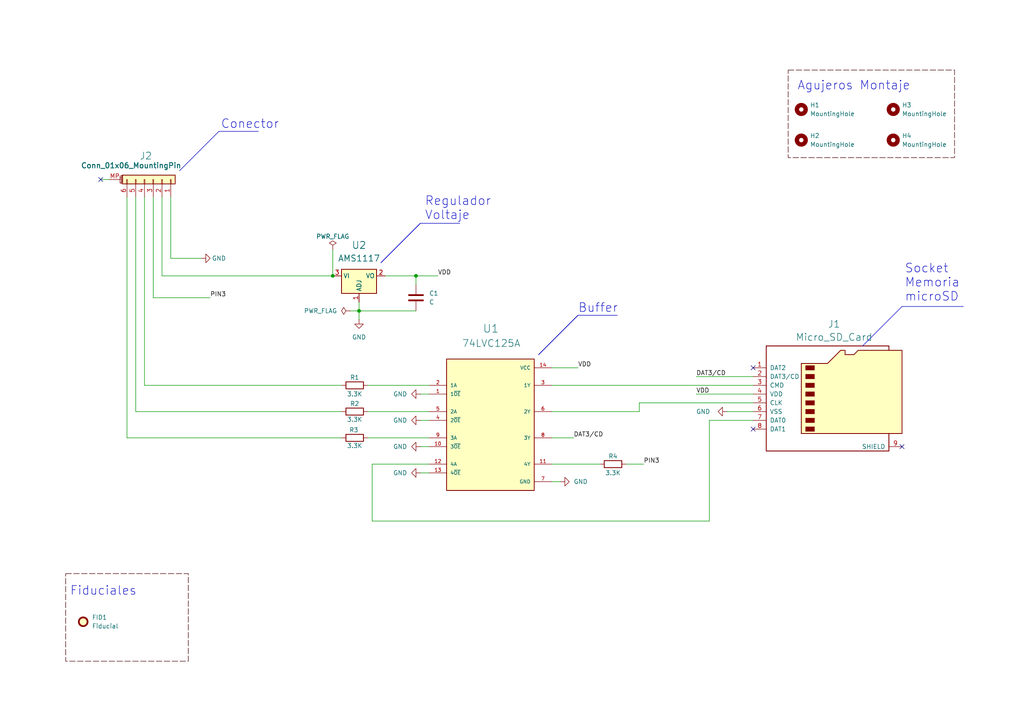
<source format=kicad_sch>
(kicad_sch (version 20231120) (generator "eeschema") (generator_version "8.0")
  (paper "A4")
  (title_block (title "Proyecto Final MicroUSB") (date "2024-09-01") (rev "0.1") (company "CESE") (comment 1 "autor:  Luis Gómez") (comment 2 "descripción: Esquemático memoria externa microSD"))
  (lib_symbols
    (symbol "Connector:Micro_SD_Card" (pin_names (offset 1.016))
      (property "Reference" "J" (at -16.51 15.24 0))
      (property "Value" "Micro_SD_Card" (at 16.51 15.24 0))
      (symbol "Micro_SD_Card_0_1"
        (rectangle (start -7.62 -9.525) (end -5.08 -10.795) (fill (type outline)))
        (rectangle (start -7.62 -6.985) (end -5.08 -8.255) (fill (type outline)))
        (rectangle (start -7.62 -4.445) (end -5.08 -5.715) (fill (type outline)))
        (rectangle (start -7.62 -1.905) (end -5.08 -3.175) (fill (type outline)))
        (rectangle (start -7.62 0.635) (end -5.08 -0.635) (fill (type outline)))
        (rectangle (start -7.62 3.175) (end -5.08 1.905) (fill (type outline)))
        (rectangle (start -7.62 5.715) (end -5.08 4.445) (fill (type outline)))
        (rectangle (start -7.62 8.255) (end -5.08 6.985) (fill (type outline)))
        (polyline (pts (xy 16.51 12.7) (xy 16.51 13.97) (xy -19.05 13.97) (xy -19.05 -16.51) (xy 16.51 -16.51) (xy 16.51 -11.43)) (stroke (width 0.254)))
        (polyline (pts (xy -8.89 -11.43) (xy -8.89 8.89) (xy -1.27 8.89) (xy 2.54 12.7) (xy 3.81 12.7) (xy 3.81 11.43) (xy 6.35 11.43) (xy 7.62 12.7) (xy 20.32 12.7) (xy 20.32 -11.43) (xy -8.89 -11.43)) (stroke (width 0.254)) (fill (type background)))
      )
      (symbol "Micro_SD_Card_1_1"
        (pin bidirectional line (at -22.86 7.62 0) (length 3.81) (name "DAT2") (number "1"))
        (pin bidirectional line (at -22.86 5.08 0) (length 3.81) (name "DAT3/CD") (number "2"))
        (pin input line (at -22.86 2.54 0) (length 3.81) (name "CMD") (number "3"))
        (pin power_in line (at -22.86 0 0) (length 3.81) (name "VDD") (number "4"))
        (pin input line (at -22.86 -2.54 0) (length 3.81) (name "CLK") (number "5"))
        (pin power_in line (at -22.86 -5.08 0) (length 3.81) (name "VSS") (number "6"))
        (pin bidirectional line (at -22.86 -7.62 0) (length 3.81) (name "DAT0") (number "7"))
        (pin bidirectional line (at -22.86 -10.16 0) (length 3.81) (name "DAT1") (number "8"))
        (pin passive line (at 20.32 -15.24 180) (length 3.81) (name "SHIELD") (number "9"))
      )
    )
    (symbol "Connector_Generic_MountingPin:Conn_01x06_MountingPin" (pin_names (offset 1.016) hide)
      (property "Reference" "J" (at 0 7.62 0))
      (property "Value" "Conn_01x06_MountingPin" (at 1.27 -10.16 0))
      (symbol "Conn_01x06_MountingPin_1_1"
        (rectangle (start -1.27 -7.493) (end 0 -7.747) (stroke (width 0.1524)))
        (rectangle (start -1.27 -4.953) (end 0 -5.207) (stroke (width 0.1524)))
        (rectangle (start -1.27 -2.413) (end 0 -2.667) (stroke (width 0.1524)))
        (rectangle (start -1.27 0.127) (end 0 -0.127) (stroke (width 0.1524)))
        (rectangle (start -1.27 2.667) (end 0 2.413) (stroke (width 0.1524)))
        (rectangle (start -1.27 5.207) (end 0 4.953) (stroke (width 0.1524)))
        (rectangle (start -1.27 6.35) (end 1.27 -8.89) (stroke (width 0.254)) (fill (type background)))
        (polyline (pts (xy -1.016 -9.652) (xy 1.016 -9.652)) (stroke (width 0.1524)))
        (text "Mounting" (at 0 -9.271 0) (effects (font (size 0.381 0.381))))
        (pin passive line (at -5.08 5.08 0) (length 3.81) (name "Pin_1") (number "1"))
        (pin passive line (at -5.08 2.54 0) (length 3.81) (name "Pin_2") (number "2"))
        (pin passive line (at -5.08 0 0) (length 3.81) (name "Pin_3") (number "3"))
        (pin passive line (at -5.08 -2.54 0) (length 3.81) (name "Pin_4") (number "4"))
        (pin passive line (at -5.08 -5.08 0) (length 3.81) (name "Pin_5") (number "5"))
        (pin passive line (at -5.08 -7.62 0) (length 3.81) (name "Pin_6") (number "6"))
        (pin passive line (at 0 -12.7 90) (length 3.048) (name "MountPin") (number "MP"))
      )
    )
    (symbol "Device:C" (pin_numbers hide) (pin_names (offset 0.254))
      (property "Reference" "C" (at 0.635 2.54 0))
      (property "Value" "C" (at 0.635 -2.54 0))
      (symbol "C_0_1"
        (polyline (pts (xy -2.032 -0.762) (xy 2.032 -0.762)) (stroke (width 0.508)))
        (polyline (pts (xy -2.032 0.762) (xy 2.032 0.762)) (stroke (width 0.508)))
      )
      (symbol "C_1_1"
        (pin passive line (at 0 3.81 270) (length 2.794) (name "~") (number "1"))
        (pin passive line (at 0 -3.81 90) (length 2.794) (name "~") (number "2"))
      )
    )
    (symbol "Device:R" (pin_numbers hide) (pin_names (offset 0))
      (property "Reference" "R" (at 2.032 0 90))
      (property "Value" "R" (at 0 0 90))
      (symbol "R_0_1"
        (rectangle (start -1.016 -2.54) (end 1.016 2.54) (stroke (width 0.254)))
      )
      (symbol "R_1_1"
        (pin passive line (at 0 3.81 270) (length 1.27) (name "~") (number "1"))
        (pin passive line (at 0 -3.81 90) (length 1.27) (name "~") (number "2"))
      )
    )
    (symbol "Mechanical:Fiducial" (exclude_from_sim yes) (in_bom no)
      (property "Reference" "FID" (at 0 5.08 0))
      (property "Value" "Fiducial" (at 0 3.175 0))
      (symbol "Fiducial_0_1"
        (circle (center 0 0) (radius 1.27) (stroke (width 0.508)) (fill (type background)))
      )
    )
    (symbol "Mechanical:MountingHole" (pin_names (offset 1.016)) (exclude_from_sim yes) (in_bom no)
      (property "Reference" "H" (at 0 5.08 0))
      (property "Value" "MountingHole" (at 0 3.175 0))
      (symbol "MountingHole_0_1"
        (circle (center 0 0) (radius 1.27) (stroke (width 1.27)))
      )
    )
    (symbol "Regulator_Linear:AMS1117"
      (property "Reference" "U" (at -3.81 3.175 0))
      (property "Value" "AMS1117" (at 0 3.175 0))
      (symbol "AMS1117_0_1"
        (rectangle (start -5.08 -5.08) (end 5.08 1.905) (stroke (width 0.254)) (fill (type background)))
      )
      (symbol "AMS1117_1_1"
        (pin input line (at 0 -7.62 90) (length 2.54) (name "ADJ") (number "1"))
        (pin power_out line (at 7.62 0 180) (length 2.54) (name "VO") (number "2"))
        (pin power_in line (at -7.62 0 0) (length 2.54) (name "VI") (number "3"))
      )
    )
    (symbol "microUSB:74LVC125APW_118" (pin_names (offset 1.016))
      (property "Reference" "U" (at -12.7 21.082 0))
      (property "Value" "74LVC125APW_118" (at -12.7 -20.32 0))
      (symbol "74LVC125APW_118_0_0"
        (rectangle (start -12.7 -17.78) (end 12.7 20.32) (stroke (width 0.254)) (fill (type background)))
        (pin input line (at -17.78 10.16 0) (length 5.08) (name "1~{OE}") (number "1"))
        (pin input line (at -17.78 -5.08 0) (length 5.08) (name "3~{OE}") (number "10"))
        (pin output line (at 17.78 -10.16 180) (length 5.08) (name "4Y") (number "11"))
        (pin input line (at -17.78 -10.16 0) (length 5.08) (name "4A") (number "12"))
        (pin input line (at -17.78 -12.7 0) (length 5.08) (name "4~{OE}") (number "13"))
        (pin power_in line (at 17.78 17.78 180) (length 5.08) (name "VCC") (number "14"))
        (pin input line (at -17.78 12.7 0) (length 5.08) (name "1A") (number "2"))
        (pin output line (at 17.78 12.7 180) (length 5.08) (name "1Y") (number "3"))
        (pin input line (at -17.78 2.54 0) (length 5.08) (name "2~{OE}") (number "4"))
        (pin input line (at -17.78 5.08 0) (length 5.08) (name "2A") (number "5"))
        (pin output line (at 17.78 5.08 180) (length 5.08) (name "2Y") (number "6"))
        (pin power_in line (at 17.78 -15.24 180) (length 5.08) (name "GND") (number "7"))
        (pin output line (at 17.78 -2.54 180) (length 5.08) (name "3Y") (number "8"))
        (pin input line (at -17.78 -2.54 0) (length 5.08) (name "3A") (number "9"))
      )
    )
    (symbol "power:GND" (power) (pin_numbers hide) (pin_names (offset 0) hide)
      (property "Value" "GND" (at 0 -3.81 0))
      (symbol "GND_0_1"
        (polyline (pts (xy 0 0) (xy 0 -1.27) (xy 1.27 -1.27) (xy 0 -2.54) (xy -1.27 -1.27) (xy 0 -1.27)))
      )
      (symbol "GND_1_1"
        (pin power_in line (at 0 0 270) (length 0) (name "~") (number "1"))
      )
    )
    (symbol "power:PWR_FLAG" (power) (pin_numbers hide) (pin_names (offset 0) hide)
      (property "Value" "PWR_FLAG" (at 0 3.81 0))
      (symbol "PWR_FLAG_0_0"
        (pin power_out line (at 0 0 90) (length 0) (name "~") (number "1"))
      )
      (symbol "PWR_FLAG_0_1"
        (polyline (pts (xy 0 0) (xy 0 1.27) (xy -1.016 1.905) (xy 0 2.54) (xy 1.016 1.905) (xy 0 1.27)))
      )
    )
  )
  (junction (at 120.65 80.01))
  (junction (at 104.14 90.17))
  (junction (at 96.52 80.01))
  (no_connect (at 218.44 106.68))
  (no_connect (at 29.21 52.07))
  (no_connect (at 261.62 129.54))
  (no_connect (at 218.44 124.46))
  (wire (pts (xy 107.95 151.13) (xy 107.95 134.62)))
  (wire (pts (xy 44.45 57.15) (xy 44.45 86.36)))
  (wire (pts (xy 120.65 80.01) (xy 127 80.01)))
  (polyline (pts (xy 110.49 76.2) (xy 121.92 64.77)))
  (wire (pts (xy 185.42 116.84) (xy 185.42 119.38)))
  (wire (pts (xy 205.74 121.92) (xy 205.74 151.13)))
  (wire (pts (xy 181.61 134.62) (xy 186.69 134.62)))
  (wire (pts (xy 29.21 52.07) (xy 31.75 52.07)))
  (wire (pts (xy 167.64 106.68) (xy 160.02 106.68)))
  (wire (pts (xy 210.82 119.38) (xy 218.44 119.38)))
  (wire (pts (xy 46.99 80.01) (xy 46.99 57.15)))
  (polyline (pts (xy 156.21 102.87) (xy 167.64 91.44)))
  (polyline (pts (xy 156.21 102.87) (xy 167.64 91.44)))
  (wire (pts (xy 205.74 151.13) (xy 107.95 151.13)))
  (wire (pts (xy 120.65 80.01) (xy 120.65 82.55)))
  (wire (pts (xy 185.42 116.84) (xy 218.44 116.84)))
  (wire (pts (xy 111.76 80.01) (xy 120.65 80.01)))
  (wire (pts (xy 121.92 114.3) (xy 124.46 114.3)))
  (wire (pts (xy 106.68 119.38) (xy 124.46 119.38)))
  (wire (pts (xy 121.92 121.92) (xy 124.46 121.92)))
  (wire (pts (xy 160.02 111.76) (xy 218.44 111.76)))
  (polyline (pts (xy 52.07 49.53) (xy 63.5 38.1)))
  (wire (pts (xy 46.99 80.01) (xy 96.52 80.01)))
  (polyline (pts (xy 261.62 88.9) (xy 250.19 100.33)))
  (wire (pts (xy 107.95 134.62) (xy 124.46 134.62)))
  (wire (pts (xy 160.02 134.62) (xy 173.99 134.62)))
  (polyline (pts (xy 167.64 91.44) (xy 179.07 91.44)))
  (wire (pts (xy 60.96 86.36) (xy 44.45 86.36)))
  (wire (pts (xy 124.46 127) (xy 106.68 127)))
  (wire (pts (xy 160.02 119.38) (xy 185.42 119.38)))
  (wire (pts (xy 124.46 111.76) (xy 106.68 111.76)))
  (wire (pts (xy 39.37 119.38) (xy 99.06 119.38)))
  (polyline (pts (xy 261.62 88.9) (xy 279.4 88.9)))
  (wire (pts (xy 121.92 129.54) (xy 124.46 129.54)))
  (wire (pts (xy 104.14 90.17) (xy 104.14 92.71)))
  (wire (pts (xy 166.37 127) (xy 160.02 127)))
  (polyline (pts (xy 110.49 76.2) (xy 121.92 64.77)))
  (wire (pts (xy 201.93 114.3) (xy 218.44 114.3)))
  (wire (pts (xy 121.92 137.16) (xy 124.46 137.16)))
  (wire (pts (xy 104.14 87.63) (xy 104.14 90.17)))
  (polyline (pts (xy 121.92 64.77) (xy 133.35 64.77)))
  (wire (pts (xy 104.14 90.17) (xy 120.65 90.17)))
  (wire (pts (xy 36.83 127) (xy 99.06 127)))
  (wire (pts (xy 49.53 74.93) (xy 58.42 74.93)))
  (polyline (pts (xy 63.5 38.1) (xy 74.93 38.1)))
  (wire (pts (xy 49.53 57.15) (xy 49.53 74.93)))
  (wire (pts (xy 41.91 57.15) (xy 41.91 111.76)))
  (wire (pts (xy 160.02 139.7) (xy 162.56 139.7)))
  (wire (pts (xy 218.44 109.22) (xy 201.93 109.22)))
  (wire (pts (xy 41.91 111.76) (xy 99.06 111.76)))
  (wire (pts (xy 96.52 72.39) (xy 96.52 80.01)))
  (wire (pts (xy 36.83 127) (xy 36.83 57.15)))
  (wire (pts (xy 101.6 90.17) (xy 104.14 90.17)))
  (wire (pts (xy 205.74 121.92) (xy 218.44 121.92)))
  (wire (pts (xy 39.37 57.15) (xy 39.37 119.38)))
  (rectangle (start 228.6 20.32) (end 276.86 45.72) (stroke (width 0) (type dash) (color 72 0 0 1)))
  (rectangle (start 19.05 166.37) (end 54.61 191.77) (stroke (width 0) (type dash) (color 72 0 0 1)))
  (text "Fiduciales" (at 29.972 171.45 0) (effects (font (size 2.54 2.54))))
  (text "Conector" (at 64.008 36.068 0) (effects (font (size 2.54 2.54)) (justify left)))
  (text "Socket \nMemoria \nmicroSD" (at 262.382 82.042 0) (effects (font (size 2.54 2.54)) (justify left)))
  (text "Buffer" (at 167.64 89.408 0) (effects (font (size 2.54 2.54)) (justify left)))
  (text "Agujeros Montaje" (at 247.65 24.892 0) (effects (font (size 2.54 2.54))))
  (text "Regulador \nVoltaje" (at 123.19 60.452 0) (effects (font (size 2.54 2.54)) (justify left)))
  (label "VDD" (at 167.64 106.68 0))
  (label "VDD" (at 201.93 114.3 0))
  (label "VDD" (at 127 80.01 0))
  (label "DAT3{slash}CD" (at 166.37 127 0))
  (label "DAT3{slash}CD" (at 201.93 109.22 0))
  (label "PIN3" (at 186.69 134.62 0))
  (label "PIN3" (at 60.96 86.36 0))
  (symbol (lib_id "Mechanical:MountingHole") (at 259.08 31.75 0) (unit 1) (exclude_from_sim yes) (in_bom no)
    (property "Reference" "H3" (at 261.62 30.4799 0) (effects (justify left)))
    (property "Value" "MountingHole" (at 261.62 33.0199 0) (effects (justify left)))
    (property "Footprint" "MountingHole:MountingHole_3mm" (effects (hide yes)))
    (property "Description" "Mounting Hole without connection" (effects (hide yes)))
  )
  (symbol (lib_id "Mechanical:MountingHole") (at 232.41 31.75 0) (unit 1) (exclude_from_sim yes) (in_bom no)
    (property "Reference" "H1" (at 234.95 30.4799 0) (effects (justify left)))
    (property "Value" "MountingHole" (at 234.95 33.0199 0) (effects (justify left)))
    (property "Footprint" "MountingHole:MountingHole_3mm" (effects (hide yes)))
    (property "Description" "Mounting Hole without connection" (effects (hide yes)))
  )
  (symbol (lib_id "Device:C") (at 120.65 86.36 0) (unit 1)
    (property "Reference" "C1" (at 124.46 85.0899 0) (effects (justify left)))
    (property "Value" "C" (at 124.46 87.6299 0) (effects (justify left)))
    (property "Footprint" "Capacitor_SMD:C_1812_4532Metric" (effects (hide yes)))
    (property "Description" "Unpolarized capacitor" (effects (hide yes)))
  )
  (symbol (lib_id "Regulator_Linear:AMS1117") (at 104.14 80.01 0) (unit 1)
    (property "Reference" "U2" (at 104.14 71.12 0) (effects (font (size 2.032 2.032))))
    (property "Value" "AMS1117" (at 104.14 74.93 0) (effects (font (size 1.778 1.778))))
    (property "Footprint" "Package_TO_SOT_SMD:SOT-223-3_TabPin2" (effects (hide yes)))
    (property "Datasheet" "http://www.advanced-monolithic.com/pdf/ds1117.pdf" (effects (hide yes)))
    (property "Description" "1A Low Dropout regulator, positive, adjustable output, SOT-223" (effects (hide yes)))
  )
  (symbol (lib_id "power:GND") (at 121.92 137.16 270) (unit 1)
    (property "Reference" "#PWR08" (effects (hide yes)))
    (property "Value" "GND" (at 118.11 137.1599 90) (effects (justify right)))
    (property "Description" "Power symbol creates a global label with name \"GND\" , ground" (effects (hide yes)))
  )
  (symbol (lib_id "power:GND") (at 121.92 129.54 270) (unit 1)
    (property "Reference" "#PWR07" (effects (hide yes)))
    (property "Value" "GND" (at 118.11 129.5399 90) (effects (justify right)))
    (property "Description" "Power symbol creates a global label with name \"GND\" , ground" (effects (hide yes)))
  )
  (symbol (lib_id "microUSB:74LVC125APW_118") (at 142.24 124.46 0) (unit 1)
    (property "Reference" "U1" (at 142.3776 95.2991 0) (effects (font (size 2.286 2.286))))
    (property "Value" "74LVC125A" (at 142.494 99.568 0) (effects (font (size 2.032 2.032))))
    (property "Footprint" "Package_TO_SOT_SMD:SOT-1334-1" (effects (hide yes)))
    (property "MF" "Nexperia USA Inc." (effects (hide yes)))
    (property "MAXIMUM_PACKAGE_HEIGHT" "1.1 mm" (effects (hide yes)))
    (property "Package" "TSSOP14-14 Nexperia USA Inc." (effects (hide yes)))
    (property "Price" "None" (effects (hide yes)))
    (property "Check_prices" "https://www.snapeda.com/parts/74LVC125APW,118/Nexperia/view-part/?ref=eda" (effects (hide yes)))
    (property "STANDARD" "Manufacturer Recommendation" (effects (hide yes)))
    (property "PARTREV" "9" (effects (hide yes)))
    (property "SnapEDA_Link" "https://www.snapeda.com/parts/74LVC125APW,118/Nexperia/view-part/?ref=snap" (effects (hide yes)))
    (property "MP" "74LVC125APW,118" (effects (hide yes)))
    (property "Purchase-URL" "https://www.snapeda.com/api/url_track_click_mouser/?unipart_id=5248541&manufacturer=Nexperia USA Inc.&part_name=74LVC125APW,118&search_term=None" (effects (hide yes)))
    (property "Description_1" "\nBuffer, Non-Inverting 4 Element 1 Bit per Element 3-State Output 14-TSSOP\n" (effects (hide yes)))
    (property "Availability" "In Stock" (effects (hide yes)))
    (property "MANUFACTURER" "Nexperia" (effects (hide yes)))
  )
  (symbol (lib_id "Device:R") (at 102.87 111.76 90) (unit 1)
    (property "Reference" "R1" (at 102.87 109.474 90))
    (property "Value" "3.3K" (at 102.87 114.3 90))
    (property "Footprint" "Resistor_SMD:R_0201_0603Metric" (effects (hide yes)))
    (property "Description" "Resistor" (effects (hide yes)))
  )
  (symbol (lib_id "power:PWR_FLAG") (at 101.6 90.17 90) (unit 1)
    (property "Reference" "#FLG02" (effects (hide yes)))
    (property "Value" "PWR_FLAG" (at 97.79 90.1699 90) (effects (justify left)))
    (property "Description" "Special symbol for telling ERC where power comes from" (effects (hide yes)))
  )
  (symbol (lib_id "power:GND") (at 162.56 139.7 90) (unit 1)
    (property "Reference" "#PWR04" (effects (hide yes)))
    (property "Value" "GND" (at 166.37 139.6999 90) (effects (justify right)))
    (property "Description" "Power symbol creates a global label with name \"GND\" , ground" (effects (hide yes)))
  )
  (symbol (lib_id "power:GND") (at 121.92 114.3 270) (unit 1)
    (property "Reference" "#PWR05" (effects (hide yes)))
    (property "Value" "GND" (at 118.11 114.2999 90) (effects (justify right)))
    (property "Description" "Power symbol creates a global label with name \"GND\" , ground" (effects (hide yes)))
  )
  (symbol (lib_id "power:GND") (at 104.14 92.71 0) (unit 1)
    (property "Reference" "#PWR01" (effects (hide yes)))
    (property "Value" "GND" (at 104.14 97.79 0))
    (property "Description" "Power symbol creates a global label with name \"GND\" , ground" (effects (hide yes)))
  )
  (symbol (lib_id "power:GND") (at 121.92 121.92 270) (unit 1)
    (property "Reference" "#PWR06" (effects (hide yes)))
    (property "Value" "GND" (at 118.11 121.9199 90) (effects (justify right)))
    (property "Description" "Power symbol creates a global label with name \"GND\" , ground" (effects (hide yes)))
  )
  (symbol (lib_id "Mechanical:MountingHole") (at 259.08 40.64 0) (unit 1) (exclude_from_sim yes) (in_bom no)
    (property "Reference" "H4" (at 261.62 39.3699 0) (effects (justify left)))
    (property "Value" "MountingHole" (at 261.62 41.9099 0) (effects (justify left)))
    (property "Footprint" "MountingHole:MountingHole_3mm" (effects (hide yes)))
    (property "Description" "Mounting Hole without connection" (effects (hide yes)))
  )
  (symbol (lib_id "Mechanical:MountingHole") (at 232.41 40.64 0) (unit 1) (exclude_from_sim yes) (in_bom no)
    (property "Reference" "H2" (at 234.95 39.3699 0) (effects (justify left)))
    (property "Value" "MountingHole" (at 234.95 41.9099 0) (effects (justify left)))
    (property "Footprint" "MountingHole:MountingHole_3mm" (effects (hide yes)))
    (property "Description" "Mounting Hole without connection" (effects (hide yes)))
  )
  (symbol (lib_id "Device:R") (at 177.8 134.62 90) (unit 1)
    (property "Reference" "R4" (at 177.8 132.334 90))
    (property "Value" "3.3K" (at 177.8 137.16 90))
    (property "Footprint" "Resistor_SMD:R_0201_0603Metric" (effects (hide yes)))
    (property "Description" "Resistor" (effects (hide yes)))
  )
  (symbol (lib_id "Mechanical:Fiducial") (at 24.13 180.34 0) (unit 1) (exclude_from_sim yes) (in_bom no)
    (property "Reference" "FID1" (at 26.67 179.0699 0) (effects (justify left)))
    (property "Value" "Fiducial" (at 26.67 181.6099 0) (effects (justify left)))
    (property "Footprint" "Fiducial:Fiducial_1.5mm_Mask3mm" (effects (hide yes)))
    (property "Description" "Fiducial Marker" (effects (hide yes)))
  )
  (symbol (lib_id "power:GND") (at 210.82 119.38 270) (unit 1)
    (property "Reference" "#PWR02" (effects (hide yes)))
    (property "Value" "GND" (at 205.994 119.38 90) (effects (justify right)))
    (property "Description" "Power symbol creates a global label with name \"GND\" , ground" (effects (hide yes)))
  )
  (symbol (lib_id "power:PWR_FLAG") (at 96.52 72.39 0) (unit 1)
    (property "Reference" "#FLG01" (effects (hide yes)))
    (property "Value" "PWR_FLAG" (at 91.694 68.58 0) (effects (justify left)))
    (property "Description" "Special symbol for telling ERC where power comes from" (effects (hide yes)))
  )
  (symbol (lib_id "Device:R") (at 102.87 127 90) (unit 1)
    (property "Reference" "R3" (at 102.616 124.714 90))
    (property "Value" "3.3K" (at 102.87 129.286 90))
    (property "Footprint" "Resistor_SMD:R_0201_0603Metric" (effects (hide yes)))
    (property "Description" "Resistor" (effects (hide yes)))
  )
  (symbol (lib_id "Connector:Micro_SD_Card") (at 241.3 114.3 0) (unit 1)
    (property "Reference" "J1" (at 241.935 93.98 0) (effects (font (size 2.032 2.032))))
    (property "Value" "Micro_SD_Card" (at 241.935 97.79 0) (effects (font (size 2.032 2.032))))
    (property "Footprint" "Connector_Card:microSD_HC_Hirose_DM3D-SF" (effects (hide yes)))
    (property "Datasheet" "http://katalog.we-online.de/em/datasheet/693072010801.pdf" (effects (hide yes)))
    (property "Description" "Micro SD Card Socket" (effects (hide yes)))
  )
  (symbol (lib_id "power:GND") (at 58.42 74.93 90) (unit 1)
    (property "Reference" "#PWR03" (effects (hide yes)))
    (property "Value" "GND" (at 63.5 74.93 90))
    (property "Description" "Power symbol creates a global label with name \"GND\" , ground" (effects (hide yes)))
  )
  (symbol (lib_id "Device:R") (at 102.87 119.38 90) (unit 1)
    (property "Reference" "R2" (at 102.87 117.094 90))
    (property "Value" "3.3K" (at 102.87 121.666 90))
    (property "Footprint" "Resistor_SMD:R_0201_0603Metric" (effects (hide yes)))
    (property "Description" "Resistor" (effects (hide yes)))
  )
  (symbol (lib_id "Connector_Generic_MountingPin:Conn_01x06_MountingPin") (at 44.45 52.07 270) (mirror x) (unit 1)
    (property "Reference" "J2" (at 40.386 45.212 90) (effects (font (size 2.032 2.032)) (justify left)))
    (property "Value" "Conn_01x06_MountingPin" (at 23.368 48.006 90) (effects (font (size 1.524 1.524) (thickness 0.254) (bold yes)) (justify left)))
    (property "Footprint" "Connector_PinSocket_2.54mm:PinSocket_1x07_P2.54mm_Vertical" (effects (hide yes)))
    (property "Description" "Generic connectable mounting pin connector, single row, 01x06, script generated (kicad-library-utils/schlib/autogen/connector/)" (effects (hide yes)))
  )
)
</source>
